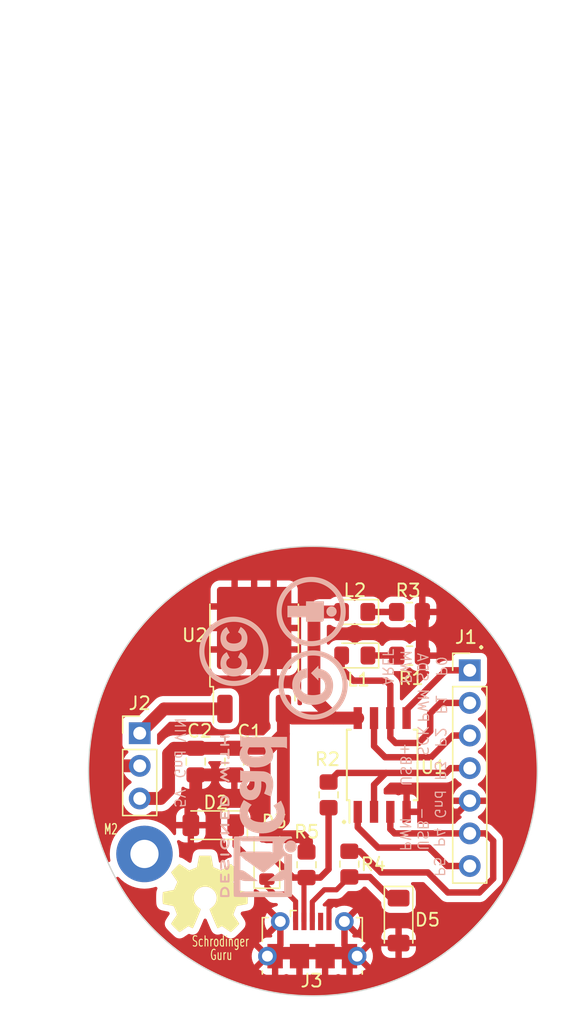
<source format=kicad_pcb>
(kicad_pcb (version 20240108) (generator "pcbnew") (generator_version "8.0")
  (layers (0 "F.Cu" signal) (31 "B.Cu" signal) (34 "B.Paste" user) (35 "F.Paste" user) (36 "B.SilkS" user "B.Silkscreen") (37 "F.SilkS" user "F.Silkscreen") (38 "B.Mask" user) (39 "F.Mask" user) (44 "Edge.Cuts" user))
  (net 0 "")
  (net 1 "+5V")
  (net 2 "GND1")
  (net 3 "Net-(D1-K)")
  (net 4 "Net-(D1-A)")
  (net 5 "Net-(D2-K)")
  (net 6 "Net-(D3-K)")
  (net 7 "Net-(D4-K)")
  (net 8 "Net-(D5-K)")
  (net 9 "Net-(J1-Pin_1)")
  (net 10 "Net-(J1-Pin_3)")
  (net 11 "Net-(J1-Pin_4)")
  (net 12 "Net-(J1-Pin_6)")
  (net 13 "Net-(J2-Pin_1)")
  (net 15 "Net-(J1-Pin_7)")
  (footprint "MountingHole:MountingHole_2.2mm_M2_Pad" (layer "F.Cu") (at 178.8 74.05)
    (property "Reference" "M2" (at -2.625 -1.925 0) (layer "F.SilkS") (effects (font (size 0.8 0.5) (thickness 0.1))))
    (property "Value" "MountingHole_2.2mm_M2_Pad")
    (pad "1" thru_hole circle (at 0 0) (size 4.4 4.4) (drill 2.2) (layers "*.Cu" "*.Mask"))
  )
  (footprint "Symbol:Symbol_CreativeCommons_CopperTop_Type2_Small" (layer "F.Cu") (at 185.775 58.275 90)
    (property "Reference" "REF**" (hide yes))
    (property "Value" "Symbol_CreativeCommons_CopperTop_Type2_Small" (hide yes))
  )
  (footprint "Capacitor_SMD:C_0805_2012Metric_Pad1.18x1.45mm_HandSolder" (layer "F.Cu") (at 185.81 66.8575 -90)
    (property "Reference" "C1" (at -2.3325 -1.215 180) (layer "F.SilkS"))
    (property "Value" "4.7uF")
    (pad "1" smd roundrect (at -1.0375 0 270) (size 1.175 1.45) (layers "F.Cu" "F.Paste" "F.Mask") (roundrect_rratio 0.2127659574) (net 1 "+5V"))
    (pad "2" smd roundrect (at 1.0375 0 270) (size 1.175 1.45) (layers "F.Cu" "F.Paste" "F.Mask") (roundrect_rratio 0.2127659574) (net 2 "GND1"))
  )
  (footprint "Resistor_SMD:R_0805_2012Metric_Pad1.20x1.40mm_HandSolder" (layer "F.Cu") (at 193.16 69.45 90)
    (property "Reference" "R2" (at 2.77 -0.09 180) (layer "F.SilkS"))
    (property "Value" "68R")
    (pad "1" smd roundrect (at -1 0 90) (size 1.2 1.4) (layers "F.Cu" "F.Paste" "F.Mask") (roundrect_rratio 0.2083333333) (net 5 "Net-(D2-K)"))
    (pad "2" smd roundrect (at 1 0 90) (size 1.2 1.4) (layers "F.Cu" "F.Paste" "F.Mask") (roundrect_rratio 0.2083333333) (net 11 "Net-(J1-Pin_4)"))
  )
  (footprint "Symbol:Symbol_CC-Attribution_CopperTop_Small" (layer "F.Cu") (at 191.8 55.175 -90)
    (property "Reference" "REF**" (hide yes))
    (property "Value" "Symbol_CC-Attribution_CopperTop_Small" (hide yes))
  )
  (footprint "Capacitor_SMD:C_0805_2012Metric_Pad1.18x1.45mm_HandSolder" (layer "F.Cu") (at 182.8 66.8575 -90)
    (property "Reference" "C2" (at -2.3825 -0.3 180) (layer "F.SilkS"))
    (property "Value" "0.1uF")
    (pad "1" smd roundrect (at -1.0375 0 270) (size 1.175 1.45) (layers "F.Cu" "F.Paste" "F.Mask") (roundrect_rratio 0.2127659574) (net 1 "+5V"))
    (pad "2" smd roundrect (at 1.0375 0 270) (size 1.175 1.45) (layers "F.Cu" "F.Paste" "F.Mask") (roundrect_rratio 0.2127659574) (net 2 "GND1"))
  )
  (footprint "Resistor_SMD:R_0805_2012Metric_Pad1.20x1.40mm_HandSolder" (layer "F.Cu") (at 194.78 74.84 90)
    (property "Reference" "R4" (at -0.02 1.87 180) (layer "F.SilkS"))
    (property "Value" "68R")
    (pad "1" smd roundrect (at -1 0 90) (size 1.2 1.4) (layers "F.Cu" "F.Paste" "F.Mask") (roundrect_rratio 0.2083333333) (net 8 "Net-(D5-K)"))
    (pad "2" smd roundrect (at 1 0 90) (size 1.2 1.4) (layers "F.Cu" "F.Paste" "F.Mask") (roundrect_rratio 0.2083333333) (net 12 "Net-(J1-Pin_6)"))
  )
  (footprint "Resistor_SMD:R_0805_2012Metric_Pad1.20x1.40mm_HandSolder" (layer "F.Cu") (at 199.47 55.21)
    (property "Reference" "R3" (at -0.11 -1.67 0) (layer "F.SilkS"))
    (property "Value" "10k")
    (pad "1" smd roundrect (at -1 0) (size 1.2 1.4) (layers "F.Cu" "F.Paste" "F.Mask") (roundrect_rratio 0.2083333333) (net 7 "Net-(D4-K)"))
    (pad "2" smd roundrect (at 1 0) (size 1.2 1.4) (layers "F.Cu" "F.Paste" "F.Mask") (roundrect_rratio 0.2083333333) (net 2 "GND1"))
  )
  (footprint "Diode_SMD:D_MiniMELF" (layer "F.Cu") (at 184.1675 71.81 180)
    (property "Reference" "D2" (at -0.2075 1.76 0) (layer "F.SilkS"))
    (property "Value" "BZV55B3V6")
    (pad "1" smd roundrect (at -1.75 0 180) (size 1.3 1.7) (layers "F.Cu" "F.Paste" "F.Mask") (roundrect_rratio 0.1923076923) (net 5 "Net-(D2-K)"))
    (pad "2" smd roundrect (at 1.75 0 180) (size 1.3 1.7) (layers "F.Cu" "F.Paste" "F.Mask") (roundrect_rratio 0.1923076923) (net 2 "GND1"))
  )
  (footprint "LED_SMD:LED_0805_2012Metric_Pad1.15x1.40mm_HandSolder" (layer "F.Cu") (at 195.205 58.6 180)
    (property "Reference" "L1" (at -0.285 -1.88 180) (layer "F.SilkS"))
    (property "Value" "LED")
    (pad "1" smd roundrect (at -1.025 0 180) (size 1.15 1.4) (layers "F.Cu" "F.Paste" "F.Mask") (roundrect_rratio 0.2173913043) (net 3 "Net-(D1-K)"))
    (pad "2" smd roundrect (at 1.025 0 180) (size 1.15 1.4) (layers "F.Cu" "F.Paste" "F.Mask") (roundrect_rratio 0.2173913043) (net 4 "Net-(D1-A)"))
  )
  (footprint "Package_SO:SOIC-8W_5.3x5.3mm_P1.27mm" (layer "F.Cu") (at 197.34 67.12 90)
    (property "Reference" "U1" (at -0.18 4 180) (layer "F.SilkS"))
    (property "Value" "ATtiny85-20S")
    (pad "1" smd rect (at -3.65 -1.905 90) (size 1.7 0.65) (layers "F.Cu" "F.Paste" "F.Mask") (net 15 "Net-(J1-Pin_7)"))
    (pad "2" smd rect (at -3.65 -0.635 90) (size 1.7 0.65) (layers "F.Cu" "F.Paste" "F.Mask") (net 11 "Net-(J1-Pin_4)"))
    (pad "3" smd rect (at -3.65 0.635 90) (size 1.7 0.65) (layers "F.Cu" "F.Paste" "F.Mask") (net 12 "Net-(J1-Pin_6)"))
    (pad "4" smd rect (at -3.65 1.905 90) (size 1.7 0.65) (layers "F.Cu" "F.Paste" "F.Mask") (net 2 "GND1"))
    (pad "5" smd rect (at 3.65 1.905 90) (size 1.7 0.65) (layers "F.Cu" "F.Paste" "F.Mask") (net 9 "Net-(J1-Pin_1)"))
    (pad "6" smd rect (at 3.65 0.635 90) (size 1.7 0.65) (layers "F.Cu" "F.Paste" "F.Mask") (net 4 "Net-(D1-A)"))
    (pad "7" smd rect (at 3.65 -0.635 90) (size 1.7 0.65) (layers "F.Cu" "F.Paste" "F.Mask") (net 10 "Net-(J1-Pin_3)"))
    (pad "8" smd rect (at 3.65 -1.905 90) (size 1.7 0.65) (layers "F.Cu" "F.Paste" "F.Mask") (net 1 "+5V"))
  )
  (footprint "Connector_PinHeader_2.54mm:PinHeader_1x03_P2.54mm_Vertical" (layer "F.Cu") (at 178.43 64.65)
    (property "Reference" "J2" (at 0 -2.33 0) (layer "F.SilkS"))
    (property "Value" "Conn_01x03_Pin")
    (pad "1" thru_hole rect (at 0 0) (size 1.7 1.7) (drill 1) (layers "*.Cu" "*.Mask") (net 13 "Net-(J2-Pin_1)"))
    (pad "2" thru_hole oval (at 0 2.54) (size 1.7 1.7) (drill 1) (layers "*.Cu" "*.Mask") (net 2 "GND1"))
    (pad "3" thru_hole oval (at 0 5.08) (size 1.7 1.7) (drill 1) (layers "*.Cu" "*.Mask") (net 1 "+5V"))
  )
  (footprint "Symbol:OSHW-Symbol_6.7x6mm_Copper" (layer "F.Cu") (at 183.525 77.175)
    (property "Reference" "REF**" (hide yes))
    (property "Value" "OSHW-Symbol_6.7x6mm_Copper" (hide yes))
    (fp_poly (pts (xy 0.555814 -2.531069) (xy 0.639635 -2.086445) (xy 0.94892 -1.958947) (xy 1.258206 -1.831449) (xy 1.629246 -2.083754) (xy 1.733157 -2.154004) (xy 1.827087 -2.216728) (xy 1.906652 -2.269062) (xy 1.96747 -2.308143) (xy 2.005157 -2.331107) (xy 2.015421 -2.336058) (xy 2.03391 -2.323324) (xy 2.07342 -2.288118) (xy 2.129522 -2.234938) (xy 2.197787 -2.168282) (xy 2.273786 -2.092646) (xy 2.353092 -2.012528) (xy 2.431275 -1.932426) (xy 2.503907 -1.856836) (xy 2.566559 -1.790255) (xy 2.614803 -1.737182) (xy 2.64421 -1.702113) (xy 2.651241 -1.690377) (xy 2.641123 -1.66874) (xy 2.612759 -1.621338) (xy 2.569129 -1.552807) (xy 2.513218 -1.467785) (xy 2.448006 -1.370907) (xy 2.410219 -1.31565) (xy 2.341343 -1.214752) (xy 2.28014 -1.123701) (xy 2.229578 -1.04703) (xy 2.192628 -0.989272) (xy 2.172258 -0.954957) (xy 2.169197 -0.947746) (xy 2.176136 -0.927252) (xy 2.195051 -0.879487) (xy 2.223087 -0.811168) (xy 2.257391 -0.729011) (xy 2.295109 -0.63973) (xy 2.333387 -0.550042) (xy 2.36937 -0.466662) (xy 2.400206 -0.396306) (xy 2.423039 -0.34569) (xy 2.435017 -0.321529) (xy 2.435724 -0.320578) (xy 2.454531 -0.315964) (xy 2.504618 -0.305672) (xy 2.580793 -0.290713) (xy 2.677865 -0.272099) (xy 2.790643 -0.250841) (xy 2.856442 -0.238582) (xy 2.97695 -0.215638) (xy 3.085797 -0.193805) (xy 3.177476 -0.174278) (xy 3.246481 -0.158252) (xy 3.287304 -0.146921) (xy 3.295511 -0.143326) (xy 3.303548 -0.118994) (xy 3.310033 -0.064041) (xy 3.31497 0.015108) (xy 3.318364 0.112026) (xy 3.320218 0.220287) (xy 3.320538 0.333465) (xy 3.319327 0.445135) (xy 3.31659 0.548868) (xy 3.312331 0.638241) (xy 3.306555 0.706826) (xy 3.299267 0.748197) (xy 3.294895 0.75681) (xy 3.268764 0.767133) (xy 3.213393 0.781892) (xy 3.136107 0.799352) (xy 3.04423 0.81778) (xy 3.012158 0.823741) (xy 2.857524 0.852066) (xy 2.735375 0.874876) (xy 2.641673 0.89308) (xy 2.572384 0.907583) (xy 2.523471 0.919292) (xy 2.490897 0.929115) (xy 2.470628 0.937956) (xy 2.458626 0.946724) (xy 2.456947 0.948457) (xy 2.440184 0.976371) (xy 2.414614 1.030695) (xy 2.382788 1.104777) (xy 2.34726 1.191965) (xy 2.310583 1.285608) (xy 2.275311 1.379052) (xy 2.243996 1.465647) (xy 2.219193 1.53874) (xy 2.203454 1.591678) (xy 2.199332 1.617811) (xy 2.199676 1.618726) (xy 2.213641 1.640086) (xy 2.245322 1.687084) (xy 2.291391 1.754827) (xy 2.348518 1.838423) (xy 2.413373 1.932982) (xy 2.431843 1.959854) (xy 2.497699 2.057275) (xy 2.55565 2.146163) (xy 2.602538 2.221412) (xy 2.635207 2.27792) (xy 2.6505 2.310581) (xy 2.651241 2.314593) (xy 2.638392 2.335684) (xy 2.602888 2.377464) (xy 2.549293 2.435445) (xy 2.482171 2.505135) (xy 2.406087 2.582045) (xy 2.325604 2.661683) (xy 2.245287 2.739561) (xy 2.169699 2.811186) (xy 2.103405 2.87207) (xy 2.050969 2.917721) (xy 2.016955 2.94365) (xy 2.007545 2.947883) (xy 1.985643 2.937912) (xy 1.9408 2.91102) (xy 1.880321 2.871736) (xy 1.833789 2.840117) (xy 1.749475 2.782098) (xy 1.649626 2.713784) (xy 1.549473 2.645579) (xy 1.495627 2.609075) (xy 1.313371 2.4858) (xy 1.160381 2.56852) (xy 1.090682 2.604759) (xy 1.031414 2.632926) (xy 0.991311 2.648991) (xy 0.981103 2.651226) (xy 0.968829 2.634722) (xy 0.944613 2.588082) (xy 0.910263 2.515609) (xy 0.867588 2.421606) (xy 0.818394 2.310374) (xy 0.76449 2.186215) (xy 0.707684 2.053432) (xy 0.649782 1.916327) (xy 0.592593 1.779202) (xy 0.537924 1.646358) (xy 0.487584 1.522098) (xy 0.44338 1.410725) (xy 0.407119 1.316539) (xy 0.380609 1.243844) (xy 0.365658 1.196941) (xy 0.363254 1.180833) (xy 0.382311 1.160286) (xy 0.424036 1.126933) (xy 0.479706 1.087702) (xy 0.484378 1.084599) (xy 0.628264 0.969423) (xy 0.744283 0.835053) (xy 0.83143 0.685784) (xy 0.888699 0.525913) (xy 0.915086 0.359737) (xy 0.909585 0.191552) (xy 0.87119 0.025655) (xy 0.798895 -0.133658) (xy 0.777626 -0.168513) (xy 0.666996 -0.309263) (xy 0.536302 -0.422286) (xy 0.390064 -0.506997) (xy 0.232808 -0.562806) (xy 0.069057 -0.589126) (xy -0.096667 -0.58537) (xy -0.259838 -0.55095) (xy -0.415935 -0.485277) (xy -0.560433 -0.387765) (xy -0.605131 -0.348187) (xy -0.718888 -0.224297) (xy -0.801782 -0.093876) (xy -0.858644 0.052315) (xy -0.890313 0.197088) (xy -0.898131 0.35986) (xy -0.872062 0.52344) (xy -0.814755 0.682298) (xy -0.728856 0.830906) (xy -0.617014 0.963735) (xy -0.481877 1.075256) (xy -0.464117 1.087011) (xy -0.40785 1.125508) (xy -0.365077 1.158863) (xy -0.344628 1.18016) (xy -0.344331 1.180833) (xy -0.348721 1.203871) (xy -0.366124 1.256157) (xy -0.394732 1.33339) (xy -0.432735 1.431268) (xy -0.478326 1.545491) (xy -0.529697 1.671758) (xy -0.585038 1.805767) (xy -0.642542 1.943218) (xy -0.700399 2.079808) (xy -0.756802 2.211237) (xy -0.809942 2.333205) (xy -0.85801 2.441409) (xy -0.899199 2.531549) (xy -0.931699 2.599323) (xy -0.953703 2.64043) (xy -0.962564 2.651226) (xy -0.98964 2.642819) (xy -1.040303 2.620272) (xy -1.105817 2.587613) (xy -1.141841 2.56852) (xy -1.294832 2.4858) (xy -1.477088 2.609075) (xy -1.570125 2.672228) (xy -1.671985 2.741727) (xy -1.767438 2.807165) (xy -1.81525 2.840117) (xy -1.882495 2.885273) (xy -1.939436 2.921057) (xy -1.978646 2.942938) (xy -1.991381 2.947563) (xy -2.009917 2.935085) (xy -2.050941 2.900252) (xy -2.110475 2.846678) (xy -2.184542 2.777983) (xy -2.269165 2.697781) (xy -2.322685 2.646286) (xy -2.416319 2.554286) (xy -2.497241 2.471999) (xy -2.562177 2.402945) (xy -2.607858 2.350644) (xy -2.631011 2.318616) (xy -2.633232 2.312116) (xy -2.622924 2.287394) (xy -2.594439 2.237405) (xy -2.550937 2.167212) (xy -2.495577 2.081875) (xy -2.43152 1.986456) (xy -2.413303 1.959854) (xy -2.346927 1.863167) (xy -2.287378 1.776117) (xy -2.237984 1.703595) (xy -2.202075 1.650493) (xy -2.182981 1.621703) (xy -2.181136 1.618726) (xy -2.183895 1.595782) (xy -2.198538 1.545336) (xy -2.222513 1.474041) (xy -2.253266 1.388547) (xy -2.288244 1.295507) (xy -2.324893 1.201574) (xy -2.360661 1.113399) (xy -2.392994 1.037634) (xy -2.419338 0.980931) (xy -2.437142 0.949943) (xy -2.438407 0.948457) (xy -2.449294 0.939601) (xy -2.467682 0.930843) (xy -2.497606 0.921277) (xy -2.543103 0.909996) (xy -2.608209 0.896093) (xy -2.696961 0.878663) (xy -2.813393 0.856798) (xy -2.961542 0.829591) (xy -2.993618 0.823741) (xy -3.088686 0.805374) (xy -3.171565 0.787405) (xy -3.23493 0.771569) (xy -3.271458 0.7596) (xy -3.276356 0.75681) (xy -3.284427 0.732072) (xy -3.290987 0.67679) (xy -3.296033 0.597389) (xy -3.299559 0.500296) (xy -3.301561 0.391938) (xy -3.302036 0.27874) (xy -3.300977 0.167128) (xy -3.298382 0.063529) (xy -3.294246 -0.025632) (xy -3.288563 -0.093928) (xy -3.281331 -0.134934) (xy -3.276971 -0.143326) (xy -3.252698 -0.151792) (xy -3.197426 -0.165565) (xy -3.116662 -0.18345) (xy -3.015912 -0.204252) (xy -2.900683 -0.226777) (xy -2.837902 -0.238582) (xy -2.718787 -0.260849) (xy -2.612565 -0.281021) (xy -2.524427 -0.298085) (xy -2.459566 -0.311031) (xy -2.423174 -0.318845) (xy -2.417184 -0.320578) (xy -2.407061 -0.34011) (xy -2.385662 -0.387157) (xy -2.355839 -0.454997) (xy -2.320445 -0.536909) (xy -2.282332 -0.626172) (xy -2.244353 -0.716065) (xy -2.20936 -0.799865) (xy -2.180206 -0.870853) (xy -2.159743 -0.922306) (xy -2.150823 -0.947503) (xy -2.150657 -0.948604) (xy -2.160769 -0.968481) (xy -2.189117 -1.014223) (xy -2.232723 -1.081283) (xy -2.288606 -1.165116) (xy -2.353787 -1.261174) (xy -2.391679 -1.31635) (xy -2.460725 -1.417519) (xy -2.52205 -1.50937) (xy -2.572663 -1.587256) (xy -2.609571 -1.646531) (xy -2.629782 -1.682549) (xy -2.632701 -1.690623) (xy -2.620153 -1.709416) (xy -2.585463 -1.749543) (xy -2.533063 -1.806507) (xy -2.467384 -1.875815) (xy -2.392856 -1.952969) (xy -2.313913 -2.033475) (xy -2.234983 -2.112837) (xy -2.1605 -2.18656) (xy -2.094894 -2.250148) (xy -2.042596 -2.299106) (xy -2.008039 -2.328939) (xy -1.996478 -2.336058) (xy -1.977654 -2.326047) (xy -1.932631 -2.297922) (xy -1.865787 -2.254546) (xy -1.781499 -2.198782) (xy -1.684144 -2.133494) (xy -1.610707 -2.083754) (xy -1.239667 -1.831449) (xy -0.621095 -2.086445) (xy -0.537275 -2.531069) (xy -0.453454 -2.975693) (xy 0.471994 -2.975693) (xy 0.555814 -2.531069)) (stroke (width 0.01)) (fill solid) (layer "F.Cu"))
  )
  (footprint "Resistor_SMD:R_0805_2012Metric_Pad1.20x1.40mm_HandSolder" (layer "F.Cu") (at 199.48 58.61)
    (property "Reference" "R1" (at 0.12 1.76 0) (layer "F.SilkS"))
    (property "Value" "10k")
    (pad "1" smd roundrect (at -1 0) (size 1.2 1.4) (layers "F.Cu" "F.Paste" "F.Mask") (roundrect_rratio 0.2083333333) (net 3 "Net-(D1-K)"))
    (pad "2" smd roundrect (at 1 0) (size 1.2 1.4) (layers "F.Cu" "F.Paste" "F.Mask") (roundrect_rratio 0.2083333333) (net 2 "GND1"))
  )
  (footprint "Diode_SMD:D_MiniMELF" (layer "F.Cu") (at 198.62 79.24 -90)
    (property "Reference" "D5" (at -0.06 -2.25 180) (layer "F.SilkS"))
    (property "Value" "BZV55B3V6")
    (pad "1" smd roundrect (at -1.75 0 270) (size 1.3 1.7) (layers "F.Cu" "F.Paste" "F.Mask") (roundrect_rratio 0.1923076923) (net 8 "Net-(D5-K)"))
    (pad "2" smd roundrect (at 1.75 0 270) (size 1.3 1.7) (layers "F.Cu" "F.Paste" "F.Mask") (roundrect_rratio 0.1923076923) (net 2 "GND1"))
  )
  (footprint "Connector_USB:USB_Micro-B_Molex-105017-0001" (layer "F.Cu") (at 191.89 80.77)
    (property "Reference" "J3" (at -0.05 3.15 0) (layer "F.SilkS"))
    (property "Value" "USB3_B_Micro")
    (pad "1" smd rect (at -1.3 -1.4625) (size 0.4 1.35) (layers "F.Cu" "F.Paste" "F.Mask") (net 6 "Net-(D3-K)"))
    (pad "2" smd rect (at -0.65 -1.4625) (size 0.4 1.35) (layers "F.Cu" "F.Paste" "F.Mask") (net 5 "Net-(D2-K)"))
    (pad "3" smd rect (at 0 -1.4625) (size 0.4 1.35) (layers "F.Cu" "F.Paste" "F.Mask") (net 8 "Net-(D5-K)"))
    (pad "4" smd rect (at 0.65 -1.4625) (size 0.4 1.35) (layers "F.Cu" "F.Paste" "F.Mask"))
    (pad "5" thru_hole circle (at -3.5 1.2375 180) (size 1.45 1.45) (drill 0.85) (layers "*.Cu" "*.Mask") (net 2 "GND1"))
    (pad "5" smd rect (at -2.9 1.2375) (size 1.2 1.9) (layers "F.Cu" "F.Mask") (net 2 "GND1"))
    (pad "5" thru_hole circle (at -2.5 -1.4625) (size 1.45 1.45) (drill 0.85) (layers "*.Cu" "*.Mask") (net 2 "GND1"))
    (pad "5" smd rect (at -1 1.2375) (size 1.5 1.9) (layers "F.Cu" "F.Paste" "F.Mask") (net 2 "GND1"))
    (pad "5" smd rect (at 1 1.2375) (size 1.5 1.9) (layers "F.Cu" "F.Paste" "F.Mask") (net 2 "GND1"))
    (pad "5" smd rect (at 1.3 -1.4625) (size 0.4 1.35) (layers "F.Cu" "F.Paste" "F.Mask") (net 2 "GND1"))
    (pad "5" thru_hole circle (at 2.5 -1.4625) (size 1.45 1.45) (drill 0.85) (layers "*.Cu" "*.Mask") (net 2 "GND1"))
    (pad "5" smd rect (at 2.9 1.2375) (size 1.2 1.9) (layers "F.Cu" "F.Mask") (net 2 "GND1"))
    (pad "5" thru_hole circle (at 3.5 1.2375) (size 1.45 1.45) (drill 0.85) (layers "*.Cu" "*.Mask") (net 2 "GND1"))
  )
  (footprint "Symbol:OSHW-Symbol_6.7x6mm_SilkScreen" (layer "F.Cu") (at 183.525 77.175)
    (property "Reference" "REF**" (hide yes))
    (property "Value" "OSHW-Symbol_6.7x6mm_SilkScreen" (hide yes))
  )
  (footprint "Resistor_SMD:R_0805_2012Metric_Pad1.20x1.40mm_HandSolder" (layer "F.Cu") (at 191.44 74.89 90)
    (property "Reference" "R5" (at 2.56 0.01 180) (layer "F.SilkS"))
    (property "Value" "1.5k")
    (pad "1" smd roundrect (at -1 0 90) (size 1.2 1.4) (layers "F.Cu" "F.Paste" "F.Mask") (roundrect_rratio 0.2083333333) (net 5 "Net-(D2-K)"))
    (pad "2" smd roundrect (at 1 0 90) (size 1.2 1.4) (layers "F.Cu" "F.Paste" "F.Mask") (roundrect_rratio 0.2083333333) (net 1 "+5V"))
  )
  (footprint "LED_SMD:LED_0805_2012Metric_Pad1.15x1.40mm_HandSolder" (layer "F.Cu") (at 195.195 55.21 180)
    (property "Reference" "L2" (at -0.015 1.69 0) (layer "F.SilkS"))
    (property "Value" "LED")
    (pad "1" smd roundrect (at -1.025 0 180) (size 1.15 1.4) (layers "F.Cu" "F.Paste" "F.Mask") (roundrect_rratio 0.2173913043) (net 7 "Net-(D4-K)"))
    (pad "2" smd roundrect (at 1.025 0 180) (size 1.15 1.4) (layers "F.Cu" "F.Paste" "F.Mask") (roundrect_rratio 0.2173913043) (net 1 "+5V"))
  )
  (footprint "Package_TO_SOT_SMD:TO-252-2" (layer "F.Cu") (at 187.355 57.715 90)
    (property "Reference" "U2" (at 0.695 -4.625 180) (layer "F.SilkS"))
    (property "Value" "L7805")
    (pad "1" smd roundrect (at -5.04 -2.28 90) (size 2.2 1.2) (layers "F.Cu" "F.Paste" "F.Mask") (roundrect_rratio 0.2083333333) (net 13 "Net-(J2-Pin_1)"))
    (pad "2" smd roundrect (at -0.415 -1.525 90) (size 3.05 2.75) (layers "F.Cu" "F.Paste") (roundrect_rratio 0.09090909091) (net 2 "GND1"))
    (pad "2" smd roundrect (at -0.415 1.525 90) (size 3.05 2.75) (layers "F.Cu" "F.Paste") (roundrect_rratio 0.09090909091) (net 2 "GND1"))
    (pad "2" smd roundrect (at 1.26 0 90) (size 6.4 5.8) (layers "F.Cu" "F.Mask") (roundrect_rratio 0.04310293103) (net 2 "GND1"))
    (pad "2" smd roundrect (at 2.935 -1.525 90) (size 3.05 2.75) (layers "F.Cu" "F.Paste") (roundrect_rratio 0.09090909091) (net 2 "GND1"))
    (pad "2" smd roundrect (at 2.935 1.525 90) (size 3.05 2.75) (layers "F.Cu" "F.Paste") (roundrect_rratio 0.09090909091) (net 2 "GND1"))
    (pad "3" smd roundrect (at -5.04 2.28 90) (size 2.2 1.2) (layers "F.Cu" "F.Paste" "F.Mask") (roundrect_rratio 0.2083333333) (net 1 "+5V"))
  )
  (footprint "Connector_PinHeader_2.54mm:PinHeader_1x07_P2.54mm_Vertical" (layer "F.Cu") (at 204.17 59.75)
    (property "Reference" "J1" (at -0.29 -2.58 0) (layer "F.SilkS"))
    (property "Value" "Conn_01x07_Socket")
    (pad "1" thru_hole rect (at 0 0) (size 1.7 1.7) (drill 1) (layers "*.Cu" "*.Mask") (net 9 "Net-(J1-Pin_1)"))
    (pad "2" thru_hole oval (at 0 2.54) (size 1.7 1.7) (drill 1) (layers "*.Cu" "*.Mask") (net 4 "Net-(D1-A)"))
    (pad "3" thru_hole oval (at 0 5.08) (size 1.7 1.7) (drill 1) (layers "*.Cu" "*.Mask") (net 10 "Net-(J1-Pin_3)"))
    (pad "4" thru_hole oval (at 0 7.62) (size 1.7 1.7) (drill 1) (layers "*.Cu" "*.Mask") (net 11 "Net-(J1-Pin_4)"))
    (pad "5" thru_hole oval (at 0 10.16) (size 1.7 1.7) (drill 1) (layers "*.Cu" "*.Mask") (net 2 "GND1"))
    (pad "6" thru_hole oval (at 0 12.7) (size 1.7 1.7) (drill 1) (layers "*.Cu" "*.Mask") (net 12 "Net-(J1-Pin_6)"))
    (pad "7" thru_hole oval (at 0 15.24) (size 1.7 1.7) (drill 1) (layers "*.Cu" "*.Mask") (net 15 "Net-(J1-Pin_7)"))
  )
  (footprint "Diode_SMD:D_SOD-123" (layer "F.Cu") (at 188.35 74.36 90)
    (property "Reference" "D3" (at 2.835 0.575 180) (layer "F.SilkS"))
    (property "Value" "MBR0520LT")
    (pad "1" smd roundrect (at -1.65 0 90) (size 0.9 1.2) (layers "F.Cu" "F.Paste" "F.Mask") (net 6 "Net-(D3-K)"))
    (pad "2" smd roundrect (at 1.65 0 90) (size 0.9 1.2) (layers "F.Cu" "F.Paste" "F.Mask") (net 1 "+5V"))
  )
  (footprint "Symbol:Symbol_CC-ShareAlike_CopperTop_Small" (layer "F.Cu") (at 191.95 60.9)
    (property "Reference" "REF**" (hide yes))
    (property "Value" "Symbol_CC-ShareAlike_CopperTop_Small" (hide yes))
  )
  (footprint "Symbol:KiCad-Logo2_5mm_SilkScreen" (layer "B.Cu") (at 187.7 71.125 90)
    (property "Reference" "REF**" (hide yes))
    (property "Value" "KiCad-Logo2_5mm_SilkScreen" (hide yes))
  )
  (gr_circle (center 191.94 67.6) (end 209.44 67.6) (stroke (width 0.1)) (fill none) (layer "Edge.Cuts"))
  (gr_text "PWM" (at 198.66 73.9 270) (layer "B.SilkS") (effects (font (size 0.8 0.8) (thickness 0.1)) (justify left bottom mirror)))
  (gr_text "PWM" (at 200.05 63.88 270) (layer "B.SilkS") (effects (font (size 0.8 0.8) (thickness 0.1)) (justify left bottom mirror)))
  (gr_text "PWM" (at 198.7 60.87 270) (layer "B.SilkS") (effects (font (size 0.8 0.8) (thickness 0.1)) (justify left bottom mirror)))
  (gr_text "P4" (at 201.29 73.6 270) (layer "B.SilkS") (effects (font (size 0.8 0.8) (thickness 0.1)) (justify left bottom mirror)))
  (gr_text "P2" (at 201.41 65.82 270) (layer "B.SilkS") (effects (font (size 0.8 0.8) (thickness 0.1)) (justify left bottom mirror)))
  (gr_text "USB-" (at 200.03 73.86 270) (layer "B.SilkS") (effects (font (size 0.8 0.8) (thickness 0.1)) (justify left bottom mirror)))
  (gr_text "SDA\n" (at 200.01 60.71 270) (layer "B.SilkS") (effects (font (size 0.8 0.8) (thickness 0.1)) (justify left bottom mirror)))
  (gr_text "P5" (at 201.31 75.9 270) (layer "B.SilkS") (effects (font (size 0.8 0.8) (thickness 0.1)) (justify left bottom mirror)))
  (gr_text "VIN" (at 181.1 65.4 -90) (layer "B.SilkS") (effects (font (size 0.8 0.8) (thickness 0.1)) (justify left bottom mirror)))
  (gr_text "5V" (at 181.075 70.525 -90) (layer "B.SilkS") (effects (font (size 0.8 0.8) (thickness 0.1)) (justify left bottom mirror)))
  (gr_text "Gnd" (at 181.075 68.25 -90) (layer "B.SilkS") (effects (font (size 0.8 0.8) (thickness 0.1)) (justify left bottom mirror)))
  (gr_text "P3" (at 201.38 68.41 270) (layer "B.SilkS") (effects (font (size 0.8 0.8) (thickness 0.1)) (justify left bottom mirror)))
  (gr_text "SCK" (at 200.03 66.48 270) (layer "B.SilkS") (effects (font (size 0.8 0.8) (thickness 0.1)) (justify left bottom mirror)))
  (gr_text "P1" (at 201.46 63.25 270) (layer "B.SilkS") (effects (font (size 0.8 0.8) (thickness 0.1)) (justify left bottom mirror)))
  (gr_text "Gnd" (at 201.38 71.37 270) (layer "B.SilkS") (effects (font (size 0.8 0.8) (thickness 0.1)) (justify left bottom mirror)))
  (gr_text "P0" (at 201.47 60.29 270) (layer "B.SilkS") (effects (font (size 0.8 0.8) (thickness 0.1)) (justify left bottom mirror)))
  (gr_text "AREF \n" (at 197.3 60.99 270) (layer "B.SilkS") (effects (font (size 0.8 0.8) (thickness 0.1)) (justify left bottom mirror)))
  (gr_text "USB+" (at 198.7 68.85 270) (layer "B.SilkS") (effects (font (size 0.8 0.8) (thickness 0.1)) (justify left bottom mirror)))
  (gr_text "." (at 204.575 58.225 0) (layer "F.SilkS") (effects (font (size 1.5 1.5) (thickness 0.2) (bold yes)) (justify left bottom)))
  (gr_text "Schrodinger" (at 182.45 81.325 0) (layer "F.SilkS") (effects (font (size 0.8 0.5) (thickness 0.08)) (justify left bottom)))
  (gr_text "." (at 193.875 71.825 0) (layer "F.SilkS") (effects (font (size 1.5 1.5) (thickness 0.2) (bold yes)) (justify left bottom)))
  (gr_text "Guru" (at 183.875 82.375 0) (layer "F.SilkS") (effects (font (size 0.8 0.5) (thickness 0.08)) (justify left bottom)))
  (segment (start 188.35 72.71) (end 189.635 71.425) (width 1) (layer "F.Cu") (net 1))
  (segment (start 192.02 55.73) (end 192.02 61.94) (width 1) (layer "F.Cu") (net 1))
  (segment (start 181.11 65.82) (end 182.8 65.82) (width 1) (layer "F.Cu") (net 1))
  (segment (start 189.635 71.425) (end 189.635 64.705) (width 1) (layer "F.Cu") (net 1))
  (segment (start 190.35 63.47) (end 189.635 62.755) (width 1) (layer "F.Cu") (net 1))
  (segment (start 195.435 63.47) (end 193.55 63.47) (width 1) (layer "F.Cu") (net 1))
  (segment (start 192.54 55.21) (end 192.02 55.73) (width 1) (layer "F.Cu") (net 1))
  (segment (start 191.06 72.71) (end 188.35 72.71) (width 1) (layer "F.Cu") (net 1))
  (segment (start 189.635 64.705) (end 189.635 62.755) (width 1) (layer "F.Cu") (net 1))
  (segment (start 194.17 55.21) (end 192.54 55.21) (width 1) (layer "F.Cu") (net 1))
  (segment (start 193.55 63.47) (end 190.35 63.47) (width 1) (layer "F.Cu") (net 1))
  (segment (start 180.68 69.11) (end 180.68 66.25) (width 1) (layer "F.Cu") (net 1))
  (segment (start 178.43 69.73) (end 180.06 69.73) (width 1) (layer "F.Cu") (net 1))
  (segment (start 188.52 65.82) (end 189.635 64.705) (width 1) (layer "F.Cu") (net 1))
  (segment (start 180.06 69.73) (end 180.68 69.11) (width 1) (layer "F.Cu") (net 1))
  (segment (start 180.68 66.25) (end 181.11 65.82) (width 1) (layer "F.Cu") (net 1))
  (segment (start 182.8 65.82) (end 185.81 65.82) (width 1) (layer "F.Cu") (net 1))
  (segment (start 191.44 73.89) (end 191.44 73.09) (width 1) (layer "F.Cu") (net 1))
  (segment (start 185.81 65.82) (end 188.52 65.82) (width 1) (layer "F.Cu") (net 1))
  (segment (start 191.44 73.09) (end 191.06 72.71) (width 1) (layer "F.Cu") (net 1))
  (segment (start 192.02 61.94) (end 193.55 63.47) (width 1) (layer "F.Cu") (net 1))
  (segment (start 199.245 70.77) (end 203.31 70.77) (width 0.5) (layer "F.Cu") (net 2))
  (segment (start 182.8 70.01) (end 182.4175 70.3925) (width 1) (layer "F.Cu") (net 2))
  (segment (start 196.27 77.76) (end 193.69 77.76) (width 0.4) (layer "F.Cu") (net 2))
  (segment (start 197.36 80.99) (end 196.95 80.58) (width 0.4) (layer "F.Cu") (net 2))
  (segment (start 203.31 70.77) (end 204.17 69.91) (width 0.5) (layer "F.Cu") (net 2))
  (segment (start 200.47 58.6) (end 200.48 58.61) (width 1) (layer "F.Cu") (net 2))
  (segment (start 198.62 80.99) (end 197.36 80.99) (width 0.4) (layer "F.Cu") (net 2))
  (segment (start 189.4 81.14) (end 189 81.54) (width 0.5) (layer "F.Cu") (net 2))
  (segment (start 182.8 67.895) (end 185.81 67.895) (width 1) (layer "F.Cu") (net 2))
  (segment (start 200.47 55.21) (end 200.47 58.6) (width 1) (layer "F.Cu") (net 2))
  (segment (start 178.43 67.19) (end 176.52 67.19) (width 1) (layer "F.Cu") (net 2))
  (segment (start 194.4 78.84) (end 194.4 81.14) (width 0.5) (layer "F.Cu") (net 2))
  (segment (start 182.4175 71.81) (end 182.4175 70.3925) (width 1) (layer "F.Cu") (net 2))
  (segment (start 189.4 78.84) (end 189.4 81.14) (width 0.5) (layer "F.Cu") (net 2))
  (segment (start 193.19 78.26) (end 193.19 79.3075) (width 0.4) (layer "F.Cu") (net 2))
  (segment (start 193.69 77.76) (end 193.19 78.26) (width 0.4) (layer "F.Cu") (net 2))
  (segment (start 194.4 81.14) (end 194.8 81.54) (width 0.5) (layer "F.Cu") (net 2))
  (segment (start 189 81.54) (end 195.4 81.54) (width 0.5) (layer "F.Cu") (net 2))
  (segment (start 196.95 78.44) (end 196.27 77.76) (width 0.4) (layer "F.Cu") (net 2))
  (segment (start 203.78 69.91) (end 204.17 69.91) (width 0.5) (layer "F.Cu") (net 2))
  (segment (start 196.95 80.58) (end 196.95 78.44) (width 0.4) (layer "F.Cu") (net 2))
  (segment (start 182.8 67.895) (end 182.8 70.01) (width 1) (layer "F.Cu") (net 2))
  (segment (start 196.23 58.6) (end 198.47 58.6) (width 0.5) (layer "F.Cu") (net 3))
  (segment (start 198.47 58.6) (end 198.48 58.61) (width 0.5) (layer "F.Cu") (net 3))
  (segment (start 200.17 65.41) (end 201.09 64.49) (width 0.5) (layer "F.Cu") (net 4))
  (segment (start 194.18 59.64) (end 195.1 60.56) (width 0.5) (layer "F.Cu") (net 4))
  (segment (start 194.18 58.6) (end 194.18 59.64) (width 0.5) (layer "F.Cu") (net 4))
  (segment (start 198.39 65.41) (end 200.17 65.41) (width 0.5) (layer "F.Cu") (net 4))
  (segment (start 197.975 64.995) (end 198.39 65.41) (width 0.5) (layer "F.Cu") (net 4))
  (segment (start 201.09 64.49) (end 201.09 63.1) (width 0.5) (layer "F.Cu") (net 4))
  (segment (start 197.975 60.895) (end 197.975 63.47) (width 0.5) (layer "F.Cu") (net 4))
  (segment (start 201.09 63.1) (end 201.9 62.29) (width 0.5) (layer "F.Cu") (net 4))
  (segment (start 197.975 63.47) (end 197.975 64.995) (width 0.5) (layer "F.Cu") (net 4))
  (segment (start 197.64 60.56) (end 197.975 60.895) (width 0.5) (layer "F.Cu") (net 4))
  (segment (start 201.9 62.29) (end 204.17 62.29) (width 0.5) (layer "F.Cu") (net 4))
  (segment (start 195.1 60.56) (end 197.64 60.56) (width 0.5) (layer "F.Cu") (net 4))
  (segment (start 191.24 79.3075) (end 191.24 76.09) (width 0.4) (layer "F.Cu") (net 5))
  (segment (start 186.86 74.35) (end 185.9175 73.4075) (width 0.5) (layer "F.Cu") (net 5))
  (segment (start 193.16 75.24) (end 193.16 70.45) (width 0.5) (layer "F.Cu") (net 5))
  (segment (start 185.9175 73.4075) (end 185.9175 71.81) (width 0.5) (layer "F.Cu") (net 5))
  (segment (start 191.24 76.09) (end 191.44 75.89) (width 0.4) (layer "F.Cu") (net 5))
  (segment (start 192.51 75.89) (end 193.16 75.24) (width 0.5) (layer "F.Cu") (net 5))
  (segment (start 191.44 75.89) (end 190.4 75.89) (width 0.5) (layer "F.Cu") (net 5))
  (segment (start 190.4 75.89) (end 188.86 74.35) (width 0.5) (layer "F.Cu") (net 5))
  (segment (start 191.44 75.89) (end 192.51 75.89) (width 0.5) (layer "F.Cu") (net 5))
  (segment (start 188.86 74.35) (end 186.86 74.35) (width 0.5) (layer "F.Cu") (net 5))
  (segment (start 188.35 76.59) (end 188.35 76.01) (width 0.4) (layer "F.Cu") (net 6))
  (segment (start 190.59 79.3075) (end 190.59 77.74) (width 0.4) (layer "F.Cu") (net 6))
  (segment (start 190.59 77.74) (end 190.02 77.17) (width 0.4) (layer "F.Cu") (net 6))
  (segment (start 188.93 77.17) (end 188.35 76.59) (width 0.4) (layer "F.Cu") (net 6))
  (segment (start 190.02 77.17) (end 188.93 77.17) (width 0.4) (layer "F.Cu") (net 6))
  (segment (start 196.22 55.21) (end 198.47 55.21) (width 0.5) (layer "F.Cu") (net 7))
  (segment (start 191.89 79.3075) (end 191.89 77.775) (width 0.4) (layer "F.Cu") (net 8))
  (segment (start 193.78 76.84) (end 194.78 75.84) (width 0.4) (layer "F.Cu") (net 8))
  (segment (start 198.02 77.49) (end 196.37 75.84) (width 0.5) (layer "F.Cu") (net 8))
  (segment (start 191.89 77.775) (end 192.825 76.84) (width 0.4) (layer "F.Cu") (net 8))
  (segment (start 198.62 77.49) (end 198.02 77.49) (width 0.5) (layer "F.Cu") (net 8))
  (segment (start 192.825 76.84) (end 193.78 76.84) (width 0.4) (layer "F.Cu") (net 8))
  (segment (start 196.37 75.84) (end 194.78 75.84) (width 0.5) (layer "F.Cu") (net 8))
  (segment (start 202.31 59.75) (end 204.17 59.75) (width 0.5) (layer "F.Cu") (net 9))
  (segment (start 199.245 63.47) (end 199.245 62.815) (width 0.5) (layer "F.Cu") (net 9))
  (segment (start 199.245 62.815) (end 202.31 59.75) (width 0.5) (layer "F.Cu") (net 9))
  (segment (start 196.705 65.655) (end 197.57 66.52) (width 0.5) (layer "F.Cu") (net 10))
  (segment (start 197.57 66.52) (end 201.16 66.52) (width 0.5) (layer "F.Cu") (net 10))
  (segment (start 196.705 63.47) (end 196.705 65.655) (width 0.5) (layer "F.Cu") (net 10))
  (segment (start 201.16 66.52) (end 202.85 64.83) (width 0.5) (layer "F.Cu") (net 10))
  (segment (start 202.85 64.83) (end 204.17 64.83) (width 0.5) (layer "F.Cu") (net 10))
  (segment (start 202.31 67.74) (end 202.68 67.37) (width 0.5) (layer "F.Cu") (net 11))
  (segment (start 197.63 67.74) (end 196.705 68.665) (width 0.5) (layer "F.Cu") (net 11))
  (segment (start 202.68 67.37) (end 204.17 67.37) (width 0.5) (layer "F.Cu") (net 11))
  (segment (start 193.16 68.45) (end 193.87 67.74) (width 0.5) (layer "F.Cu") (net 11))
  (segment (start 193.87 67.74) (end 197.63 67.74) (width 0.5) (layer "F.Cu") (net 11))
  (segment (start 196.705 68.665) (end 196.705 70.77) (width 0.5) (layer "F.Cu") (net 11))
  (segment (start 197.63 67.74) (end 202.31 67.74) (width 0.5) (layer "F.Cu") (net 11))
  (segment (start 197.23 75.49) (end 200.9 75.49) (width 0.5) (layer "F.Cu") (net 12))
  (segment (start 206 73.03) (end 205.42 72.45) (width 0.5) (layer "F.Cu") (net 12))
  (segment (start 197.975 70.77) (end 197.975 72.12) (width 0.5) (layer "F.Cu") (net 12))
  (segment (start 205.42 72.45) (end 204.17 72.45) (width 0.5) (layer "F.Cu") (net 12))
  (segment (start 204.92 77.05) (end 206 75.97) (width 0.5) (layer "F.Cu") (net 12))
  (segment (start 194.78 73.84) (end 195.58 73.84) (width 0.5) (layer "F.Cu") (net 12))
  (segment (start 200.9 75.49) (end 202.46 77.05) (width 0.5) (layer "F.Cu") (net 12))
  (segment (start 198.305 72.45) (end 204.17 72.45) (width 0.5) (layer "F.Cu") (net 12))
  (segment (start 206 75.97) (end 206 73.03) (width 0.5) (layer "F.Cu") (net 12))
  (segment (start 197.975 72.12) (end 198.305 72.45) (width 0.5) (layer "F.Cu") (net 12))
  (segment (start 195.58 73.84) (end 197.23 75.49) (width 0.5) (layer "F.Cu") (net 12))
  (segment (start 202.46 77.05) (end 204.92 77.05) (width 0.5) (layer "F.Cu") (net 12))
  (segment (start 180.325 62.755) (end 185.075 62.755) (width 1) (layer "F.Cu") (net 13))
  (segment (start 178.43 64.65) (end 180.325 62.755) (width 1) (layer "F.Cu") (net 13))
  (segment (start 197.02 73.56) (end 200.98 73.56) (width 0.5) (layer "F.Cu") (net 15))
  (segment (start 202.41 74.99) (end 204.17 74.99) (width 0.5) (layer "F.Cu") (net 15))
  (segment (start 195.435 71.975) (end 197.02 73.56) (width 0.5) (layer "F.Cu") (net 15))
  (segment (start 195.435 70.77) (end 195.435 71.975) (width 0.5) (layer "F.Cu") (net 15))
  (segment (start 200.98 73.56) (end 202.41 74.99) (width 0.5) (layer "F.Cu") (net 15))
  (zone (net 2) (net_name "GND1") (layer "F.Cu") (connect_pads (clearance 0.5)) (min_thickness 0.25) (fill yes (thermal_gap 0.5) (thermal_bridge_width 0.5))
    (polygon (pts (xy 172.84 48.87) (xy 211.54 48.87) (xy 210.59 86.83) (xy 173.04 87.3)))
  )
)
</source>
